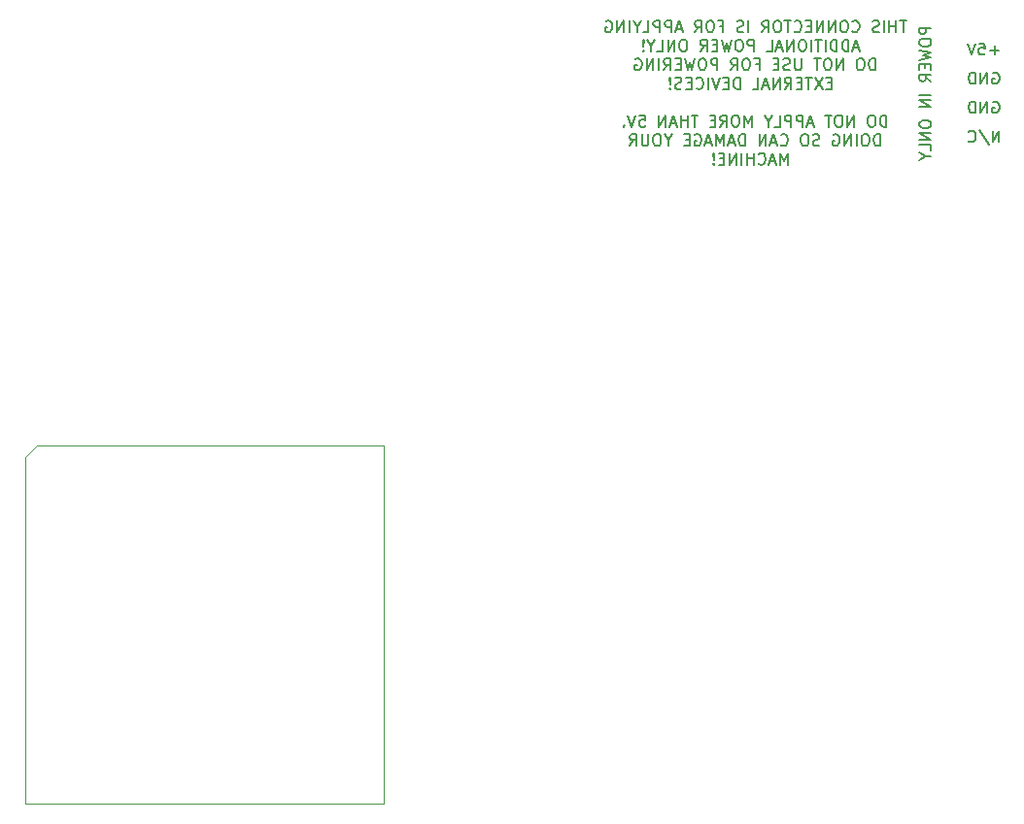
<source format=gbo>
G04 #@! TF.GenerationSoftware,KiCad,Pcbnew,(5.1.12)-1*
G04 #@! TF.CreationDate,2022-03-01T21:28:55+00:00*
G04 #@! TF.ProjectId,A600_68k_PLCC_to_DIP64 _v1,41363030-5f36-4386-9b5f-504c43435f74,B*
G04 #@! TF.SameCoordinates,Original*
G04 #@! TF.FileFunction,Legend,Bot*
G04 #@! TF.FilePolarity,Positive*
%FSLAX46Y46*%
G04 Gerber Fmt 4.6, Leading zero omitted, Abs format (unit mm)*
G04 Created by KiCad (PCBNEW (5.1.12)-1) date 2022-03-01 21:28:55*
%MOMM*%
%LPD*%
G01*
G04 APERTURE LIST*
%ADD10C,0.150000*%
%ADD11C,0.120000*%
%ADD12C,1.422400*%
%ADD13R,1.422400X1.422400*%
%ADD14C,0.700000*%
%ADD15C,4.000000*%
%ADD16C,1.408000*%
%ADD17R,1.408000X1.408000*%
G04 APERTURE END LIST*
D10*
X190712619Y-71782380D02*
X190141190Y-71782380D01*
X190426904Y-72782380D02*
X190426904Y-71782380D01*
X189807857Y-72782380D02*
X189807857Y-71782380D01*
X189807857Y-72258571D02*
X189236428Y-72258571D01*
X189236428Y-72782380D02*
X189236428Y-71782380D01*
X188760238Y-72782380D02*
X188760238Y-71782380D01*
X188331666Y-72734761D02*
X188188809Y-72782380D01*
X187950714Y-72782380D01*
X187855476Y-72734761D01*
X187807857Y-72687142D01*
X187760238Y-72591904D01*
X187760238Y-72496666D01*
X187807857Y-72401428D01*
X187855476Y-72353809D01*
X187950714Y-72306190D01*
X188141190Y-72258571D01*
X188236428Y-72210952D01*
X188284047Y-72163333D01*
X188331666Y-72068095D01*
X188331666Y-71972857D01*
X188284047Y-71877619D01*
X188236428Y-71830000D01*
X188141190Y-71782380D01*
X187903095Y-71782380D01*
X187760238Y-71830000D01*
X185998333Y-72687142D02*
X186045952Y-72734761D01*
X186188809Y-72782380D01*
X186284047Y-72782380D01*
X186426904Y-72734761D01*
X186522142Y-72639523D01*
X186569761Y-72544285D01*
X186617380Y-72353809D01*
X186617380Y-72210952D01*
X186569761Y-72020476D01*
X186522142Y-71925238D01*
X186426904Y-71830000D01*
X186284047Y-71782380D01*
X186188809Y-71782380D01*
X186045952Y-71830000D01*
X185998333Y-71877619D01*
X185379285Y-71782380D02*
X185188809Y-71782380D01*
X185093571Y-71830000D01*
X184998333Y-71925238D01*
X184950714Y-72115714D01*
X184950714Y-72449047D01*
X184998333Y-72639523D01*
X185093571Y-72734761D01*
X185188809Y-72782380D01*
X185379285Y-72782380D01*
X185474523Y-72734761D01*
X185569761Y-72639523D01*
X185617380Y-72449047D01*
X185617380Y-72115714D01*
X185569761Y-71925238D01*
X185474523Y-71830000D01*
X185379285Y-71782380D01*
X184522142Y-72782380D02*
X184522142Y-71782380D01*
X183950714Y-72782380D01*
X183950714Y-71782380D01*
X183474523Y-72782380D02*
X183474523Y-71782380D01*
X182903095Y-72782380D01*
X182903095Y-71782380D01*
X182426904Y-72258571D02*
X182093571Y-72258571D01*
X181950714Y-72782380D02*
X182426904Y-72782380D01*
X182426904Y-71782380D01*
X181950714Y-71782380D01*
X180950714Y-72687142D02*
X180998333Y-72734761D01*
X181141190Y-72782380D01*
X181236428Y-72782380D01*
X181379285Y-72734761D01*
X181474523Y-72639523D01*
X181522142Y-72544285D01*
X181569761Y-72353809D01*
X181569761Y-72210952D01*
X181522142Y-72020476D01*
X181474523Y-71925238D01*
X181379285Y-71830000D01*
X181236428Y-71782380D01*
X181141190Y-71782380D01*
X180998333Y-71830000D01*
X180950714Y-71877619D01*
X180665000Y-71782380D02*
X180093571Y-71782380D01*
X180379285Y-72782380D02*
X180379285Y-71782380D01*
X179569761Y-71782380D02*
X179379285Y-71782380D01*
X179284047Y-71830000D01*
X179188809Y-71925238D01*
X179141190Y-72115714D01*
X179141190Y-72449047D01*
X179188809Y-72639523D01*
X179284047Y-72734761D01*
X179379285Y-72782380D01*
X179569761Y-72782380D01*
X179665000Y-72734761D01*
X179760238Y-72639523D01*
X179807857Y-72449047D01*
X179807857Y-72115714D01*
X179760238Y-71925238D01*
X179665000Y-71830000D01*
X179569761Y-71782380D01*
X178141190Y-72782380D02*
X178474523Y-72306190D01*
X178712619Y-72782380D02*
X178712619Y-71782380D01*
X178331666Y-71782380D01*
X178236428Y-71830000D01*
X178188809Y-71877619D01*
X178141190Y-71972857D01*
X178141190Y-72115714D01*
X178188809Y-72210952D01*
X178236428Y-72258571D01*
X178331666Y-72306190D01*
X178712619Y-72306190D01*
X176950714Y-72782380D02*
X176950714Y-71782380D01*
X176522142Y-72734761D02*
X176379285Y-72782380D01*
X176141190Y-72782380D01*
X176045952Y-72734761D01*
X175998333Y-72687142D01*
X175950714Y-72591904D01*
X175950714Y-72496666D01*
X175998333Y-72401428D01*
X176045952Y-72353809D01*
X176141190Y-72306190D01*
X176331666Y-72258571D01*
X176426904Y-72210952D01*
X176474523Y-72163333D01*
X176522142Y-72068095D01*
X176522142Y-71972857D01*
X176474523Y-71877619D01*
X176426904Y-71830000D01*
X176331666Y-71782380D01*
X176093571Y-71782380D01*
X175950714Y-71830000D01*
X174426904Y-72258571D02*
X174760238Y-72258571D01*
X174760238Y-72782380D02*
X174760238Y-71782380D01*
X174284047Y-71782380D01*
X173712619Y-71782380D02*
X173522142Y-71782380D01*
X173426904Y-71830000D01*
X173331666Y-71925238D01*
X173284047Y-72115714D01*
X173284047Y-72449047D01*
X173331666Y-72639523D01*
X173426904Y-72734761D01*
X173522142Y-72782380D01*
X173712619Y-72782380D01*
X173807857Y-72734761D01*
X173903095Y-72639523D01*
X173950714Y-72449047D01*
X173950714Y-72115714D01*
X173903095Y-71925238D01*
X173807857Y-71830000D01*
X173712619Y-71782380D01*
X172284047Y-72782380D02*
X172617380Y-72306190D01*
X172855476Y-72782380D02*
X172855476Y-71782380D01*
X172474523Y-71782380D01*
X172379285Y-71830000D01*
X172331666Y-71877619D01*
X172284047Y-71972857D01*
X172284047Y-72115714D01*
X172331666Y-72210952D01*
X172379285Y-72258571D01*
X172474523Y-72306190D01*
X172855476Y-72306190D01*
X171141190Y-72496666D02*
X170665000Y-72496666D01*
X171236428Y-72782380D02*
X170903095Y-71782380D01*
X170569761Y-72782380D01*
X170236428Y-72782380D02*
X170236428Y-71782380D01*
X169855476Y-71782380D01*
X169760238Y-71830000D01*
X169712619Y-71877619D01*
X169665000Y-71972857D01*
X169665000Y-72115714D01*
X169712619Y-72210952D01*
X169760238Y-72258571D01*
X169855476Y-72306190D01*
X170236428Y-72306190D01*
X169236428Y-72782380D02*
X169236428Y-71782380D01*
X168855476Y-71782380D01*
X168760238Y-71830000D01*
X168712619Y-71877619D01*
X168665000Y-71972857D01*
X168665000Y-72115714D01*
X168712619Y-72210952D01*
X168760238Y-72258571D01*
X168855476Y-72306190D01*
X169236428Y-72306190D01*
X167760238Y-72782380D02*
X168236428Y-72782380D01*
X168236428Y-71782380D01*
X167236428Y-72306190D02*
X167236428Y-72782380D01*
X167569761Y-71782380D02*
X167236428Y-72306190D01*
X166903095Y-71782380D01*
X166569761Y-72782380D02*
X166569761Y-71782380D01*
X166093571Y-72782380D02*
X166093571Y-71782380D01*
X165522142Y-72782380D01*
X165522142Y-71782380D01*
X164522142Y-71830000D02*
X164617380Y-71782380D01*
X164760238Y-71782380D01*
X164903095Y-71830000D01*
X164998333Y-71925238D01*
X165045952Y-72020476D01*
X165093571Y-72210952D01*
X165093571Y-72353809D01*
X165045952Y-72544285D01*
X164998333Y-72639523D01*
X164903095Y-72734761D01*
X164760238Y-72782380D01*
X164665000Y-72782380D01*
X164522142Y-72734761D01*
X164474523Y-72687142D01*
X164474523Y-72353809D01*
X164665000Y-72353809D01*
X186569761Y-74146666D02*
X186093571Y-74146666D01*
X186665000Y-74432380D02*
X186331666Y-73432380D01*
X185998333Y-74432380D01*
X185665000Y-74432380D02*
X185665000Y-73432380D01*
X185426904Y-73432380D01*
X185284047Y-73480000D01*
X185188809Y-73575238D01*
X185141190Y-73670476D01*
X185093571Y-73860952D01*
X185093571Y-74003809D01*
X185141190Y-74194285D01*
X185188809Y-74289523D01*
X185284047Y-74384761D01*
X185426904Y-74432380D01*
X185665000Y-74432380D01*
X184665000Y-74432380D02*
X184665000Y-73432380D01*
X184426904Y-73432380D01*
X184284047Y-73480000D01*
X184188809Y-73575238D01*
X184141190Y-73670476D01*
X184093571Y-73860952D01*
X184093571Y-74003809D01*
X184141190Y-74194285D01*
X184188809Y-74289523D01*
X184284047Y-74384761D01*
X184426904Y-74432380D01*
X184665000Y-74432380D01*
X183665000Y-74432380D02*
X183665000Y-73432380D01*
X183331666Y-73432380D02*
X182760238Y-73432380D01*
X183045952Y-74432380D02*
X183045952Y-73432380D01*
X182426904Y-74432380D02*
X182426904Y-73432380D01*
X181760238Y-73432380D02*
X181569761Y-73432380D01*
X181474523Y-73480000D01*
X181379285Y-73575238D01*
X181331666Y-73765714D01*
X181331666Y-74099047D01*
X181379285Y-74289523D01*
X181474523Y-74384761D01*
X181569761Y-74432380D01*
X181760238Y-74432380D01*
X181855476Y-74384761D01*
X181950714Y-74289523D01*
X181998333Y-74099047D01*
X181998333Y-73765714D01*
X181950714Y-73575238D01*
X181855476Y-73480000D01*
X181760238Y-73432380D01*
X180903095Y-74432380D02*
X180903095Y-73432380D01*
X180331666Y-74432380D01*
X180331666Y-73432380D01*
X179903095Y-74146666D02*
X179426904Y-74146666D01*
X179998333Y-74432380D02*
X179665000Y-73432380D01*
X179331666Y-74432380D01*
X178522142Y-74432380D02*
X178998333Y-74432380D01*
X178998333Y-73432380D01*
X177426904Y-74432380D02*
X177426904Y-73432380D01*
X177045952Y-73432380D01*
X176950714Y-73480000D01*
X176903095Y-73527619D01*
X176855476Y-73622857D01*
X176855476Y-73765714D01*
X176903095Y-73860952D01*
X176950714Y-73908571D01*
X177045952Y-73956190D01*
X177426904Y-73956190D01*
X176236428Y-73432380D02*
X176045952Y-73432380D01*
X175950714Y-73480000D01*
X175855476Y-73575238D01*
X175807857Y-73765714D01*
X175807857Y-74099047D01*
X175855476Y-74289523D01*
X175950714Y-74384761D01*
X176045952Y-74432380D01*
X176236428Y-74432380D01*
X176331666Y-74384761D01*
X176426904Y-74289523D01*
X176474523Y-74099047D01*
X176474523Y-73765714D01*
X176426904Y-73575238D01*
X176331666Y-73480000D01*
X176236428Y-73432380D01*
X175474523Y-73432380D02*
X175236428Y-74432380D01*
X175045952Y-73718095D01*
X174855476Y-74432380D01*
X174617380Y-73432380D01*
X174236428Y-73908571D02*
X173903095Y-73908571D01*
X173760238Y-74432380D02*
X174236428Y-74432380D01*
X174236428Y-73432380D01*
X173760238Y-73432380D01*
X172760238Y-74432380D02*
X173093571Y-73956190D01*
X173331666Y-74432380D02*
X173331666Y-73432380D01*
X172950714Y-73432380D01*
X172855476Y-73480000D01*
X172807857Y-73527619D01*
X172760238Y-73622857D01*
X172760238Y-73765714D01*
X172807857Y-73860952D01*
X172855476Y-73908571D01*
X172950714Y-73956190D01*
X173331666Y-73956190D01*
X171379285Y-73432380D02*
X171188809Y-73432380D01*
X171093571Y-73480000D01*
X170998333Y-73575238D01*
X170950714Y-73765714D01*
X170950714Y-74099047D01*
X170998333Y-74289523D01*
X171093571Y-74384761D01*
X171188809Y-74432380D01*
X171379285Y-74432380D01*
X171474523Y-74384761D01*
X171569761Y-74289523D01*
X171617380Y-74099047D01*
X171617380Y-73765714D01*
X171569761Y-73575238D01*
X171474523Y-73480000D01*
X171379285Y-73432380D01*
X170522142Y-74432380D02*
X170522142Y-73432380D01*
X169950714Y-74432380D01*
X169950714Y-73432380D01*
X168998333Y-74432380D02*
X169474523Y-74432380D01*
X169474523Y-73432380D01*
X168474523Y-73956190D02*
X168474523Y-74432380D01*
X168807857Y-73432380D02*
X168474523Y-73956190D01*
X168141190Y-73432380D01*
X167807857Y-74337142D02*
X167760238Y-74384761D01*
X167807857Y-74432380D01*
X167855476Y-74384761D01*
X167807857Y-74337142D01*
X167807857Y-74432380D01*
X167807857Y-74051428D02*
X167855476Y-73480000D01*
X167807857Y-73432380D01*
X167760238Y-73480000D01*
X167807857Y-74051428D01*
X167807857Y-73432380D01*
X187998333Y-76082380D02*
X187998333Y-75082380D01*
X187760238Y-75082380D01*
X187617380Y-75130000D01*
X187522142Y-75225238D01*
X187474523Y-75320476D01*
X187426904Y-75510952D01*
X187426904Y-75653809D01*
X187474523Y-75844285D01*
X187522142Y-75939523D01*
X187617380Y-76034761D01*
X187760238Y-76082380D01*
X187998333Y-76082380D01*
X186807857Y-75082380D02*
X186617380Y-75082380D01*
X186522142Y-75130000D01*
X186426904Y-75225238D01*
X186379285Y-75415714D01*
X186379285Y-75749047D01*
X186426904Y-75939523D01*
X186522142Y-76034761D01*
X186617380Y-76082380D01*
X186807857Y-76082380D01*
X186903095Y-76034761D01*
X186998333Y-75939523D01*
X187045952Y-75749047D01*
X187045952Y-75415714D01*
X186998333Y-75225238D01*
X186903095Y-75130000D01*
X186807857Y-75082380D01*
X185188809Y-76082380D02*
X185188809Y-75082380D01*
X184617380Y-76082380D01*
X184617380Y-75082380D01*
X183950714Y-75082380D02*
X183760238Y-75082380D01*
X183665000Y-75130000D01*
X183569761Y-75225238D01*
X183522142Y-75415714D01*
X183522142Y-75749047D01*
X183569761Y-75939523D01*
X183665000Y-76034761D01*
X183760238Y-76082380D01*
X183950714Y-76082380D01*
X184045952Y-76034761D01*
X184141190Y-75939523D01*
X184188809Y-75749047D01*
X184188809Y-75415714D01*
X184141190Y-75225238D01*
X184045952Y-75130000D01*
X183950714Y-75082380D01*
X183236428Y-75082380D02*
X182665000Y-75082380D01*
X182950714Y-76082380D02*
X182950714Y-75082380D01*
X181569761Y-75082380D02*
X181569761Y-75891904D01*
X181522142Y-75987142D01*
X181474523Y-76034761D01*
X181379285Y-76082380D01*
X181188809Y-76082380D01*
X181093571Y-76034761D01*
X181045952Y-75987142D01*
X180998333Y-75891904D01*
X180998333Y-75082380D01*
X180569761Y-76034761D02*
X180426904Y-76082380D01*
X180188809Y-76082380D01*
X180093571Y-76034761D01*
X180045952Y-75987142D01*
X179998333Y-75891904D01*
X179998333Y-75796666D01*
X180045952Y-75701428D01*
X180093571Y-75653809D01*
X180188809Y-75606190D01*
X180379285Y-75558571D01*
X180474523Y-75510952D01*
X180522142Y-75463333D01*
X180569761Y-75368095D01*
X180569761Y-75272857D01*
X180522142Y-75177619D01*
X180474523Y-75130000D01*
X180379285Y-75082380D01*
X180141190Y-75082380D01*
X179998333Y-75130000D01*
X179569761Y-75558571D02*
X179236428Y-75558571D01*
X179093571Y-76082380D02*
X179569761Y-76082380D01*
X179569761Y-75082380D01*
X179093571Y-75082380D01*
X177569761Y-75558571D02*
X177903095Y-75558571D01*
X177903095Y-76082380D02*
X177903095Y-75082380D01*
X177426904Y-75082380D01*
X176855476Y-75082380D02*
X176665000Y-75082380D01*
X176569761Y-75130000D01*
X176474523Y-75225238D01*
X176426904Y-75415714D01*
X176426904Y-75749047D01*
X176474523Y-75939523D01*
X176569761Y-76034761D01*
X176665000Y-76082380D01*
X176855476Y-76082380D01*
X176950714Y-76034761D01*
X177045952Y-75939523D01*
X177093571Y-75749047D01*
X177093571Y-75415714D01*
X177045952Y-75225238D01*
X176950714Y-75130000D01*
X176855476Y-75082380D01*
X175426904Y-76082380D02*
X175760238Y-75606190D01*
X175998333Y-76082380D02*
X175998333Y-75082380D01*
X175617380Y-75082380D01*
X175522142Y-75130000D01*
X175474523Y-75177619D01*
X175426904Y-75272857D01*
X175426904Y-75415714D01*
X175474523Y-75510952D01*
X175522142Y-75558571D01*
X175617380Y-75606190D01*
X175998333Y-75606190D01*
X174236428Y-76082380D02*
X174236428Y-75082380D01*
X173855476Y-75082380D01*
X173760238Y-75130000D01*
X173712619Y-75177619D01*
X173665000Y-75272857D01*
X173665000Y-75415714D01*
X173712619Y-75510952D01*
X173760238Y-75558571D01*
X173855476Y-75606190D01*
X174236428Y-75606190D01*
X173045952Y-75082380D02*
X172855476Y-75082380D01*
X172760238Y-75130000D01*
X172665000Y-75225238D01*
X172617380Y-75415714D01*
X172617380Y-75749047D01*
X172665000Y-75939523D01*
X172760238Y-76034761D01*
X172855476Y-76082380D01*
X173045952Y-76082380D01*
X173141190Y-76034761D01*
X173236428Y-75939523D01*
X173284047Y-75749047D01*
X173284047Y-75415714D01*
X173236428Y-75225238D01*
X173141190Y-75130000D01*
X173045952Y-75082380D01*
X172284047Y-75082380D02*
X172045952Y-76082380D01*
X171855476Y-75368095D01*
X171665000Y-76082380D01*
X171426904Y-75082380D01*
X171045952Y-75558571D02*
X170712619Y-75558571D01*
X170569761Y-76082380D02*
X171045952Y-76082380D01*
X171045952Y-75082380D01*
X170569761Y-75082380D01*
X169569761Y-76082380D02*
X169903095Y-75606190D01*
X170141190Y-76082380D02*
X170141190Y-75082380D01*
X169760238Y-75082380D01*
X169665000Y-75130000D01*
X169617380Y-75177619D01*
X169569761Y-75272857D01*
X169569761Y-75415714D01*
X169617380Y-75510952D01*
X169665000Y-75558571D01*
X169760238Y-75606190D01*
X170141190Y-75606190D01*
X169141190Y-76082380D02*
X169141190Y-75082380D01*
X168665000Y-76082380D02*
X168665000Y-75082380D01*
X168093571Y-76082380D01*
X168093571Y-75082380D01*
X167093571Y-75130000D02*
X167188809Y-75082380D01*
X167331666Y-75082380D01*
X167474523Y-75130000D01*
X167569761Y-75225238D01*
X167617380Y-75320476D01*
X167665000Y-75510952D01*
X167665000Y-75653809D01*
X167617380Y-75844285D01*
X167569761Y-75939523D01*
X167474523Y-76034761D01*
X167331666Y-76082380D01*
X167236428Y-76082380D01*
X167093571Y-76034761D01*
X167045952Y-75987142D01*
X167045952Y-75653809D01*
X167236428Y-75653809D01*
X184212619Y-77208571D02*
X183879285Y-77208571D01*
X183736428Y-77732380D02*
X184212619Y-77732380D01*
X184212619Y-76732380D01*
X183736428Y-76732380D01*
X183403095Y-76732380D02*
X182736428Y-77732380D01*
X182736428Y-76732380D02*
X183403095Y-77732380D01*
X182498333Y-76732380D02*
X181926904Y-76732380D01*
X182212619Y-77732380D02*
X182212619Y-76732380D01*
X181593571Y-77208571D02*
X181260238Y-77208571D01*
X181117380Y-77732380D02*
X181593571Y-77732380D01*
X181593571Y-76732380D01*
X181117380Y-76732380D01*
X180117380Y-77732380D02*
X180450714Y-77256190D01*
X180688809Y-77732380D02*
X180688809Y-76732380D01*
X180307857Y-76732380D01*
X180212619Y-76780000D01*
X180165000Y-76827619D01*
X180117380Y-76922857D01*
X180117380Y-77065714D01*
X180165000Y-77160952D01*
X180212619Y-77208571D01*
X180307857Y-77256190D01*
X180688809Y-77256190D01*
X179688809Y-77732380D02*
X179688809Y-76732380D01*
X179117380Y-77732380D01*
X179117380Y-76732380D01*
X178688809Y-77446666D02*
X178212619Y-77446666D01*
X178784047Y-77732380D02*
X178450714Y-76732380D01*
X178117380Y-77732380D01*
X177307857Y-77732380D02*
X177784047Y-77732380D01*
X177784047Y-76732380D01*
X176212619Y-77732380D02*
X176212619Y-76732380D01*
X175974523Y-76732380D01*
X175831666Y-76780000D01*
X175736428Y-76875238D01*
X175688809Y-76970476D01*
X175641190Y-77160952D01*
X175641190Y-77303809D01*
X175688809Y-77494285D01*
X175736428Y-77589523D01*
X175831666Y-77684761D01*
X175974523Y-77732380D01*
X176212619Y-77732380D01*
X175212619Y-77208571D02*
X174879285Y-77208571D01*
X174736428Y-77732380D02*
X175212619Y-77732380D01*
X175212619Y-76732380D01*
X174736428Y-76732380D01*
X174450714Y-76732380D02*
X174117380Y-77732380D01*
X173784047Y-76732380D01*
X173450714Y-77732380D02*
X173450714Y-76732380D01*
X172403095Y-77637142D02*
X172450714Y-77684761D01*
X172593571Y-77732380D01*
X172688809Y-77732380D01*
X172831666Y-77684761D01*
X172926904Y-77589523D01*
X172974523Y-77494285D01*
X173022142Y-77303809D01*
X173022142Y-77160952D01*
X172974523Y-76970476D01*
X172926904Y-76875238D01*
X172831666Y-76780000D01*
X172688809Y-76732380D01*
X172593571Y-76732380D01*
X172450714Y-76780000D01*
X172403095Y-76827619D01*
X171974523Y-77208571D02*
X171641190Y-77208571D01*
X171498333Y-77732380D02*
X171974523Y-77732380D01*
X171974523Y-76732380D01*
X171498333Y-76732380D01*
X171117380Y-77684761D02*
X170974523Y-77732380D01*
X170736428Y-77732380D01*
X170641190Y-77684761D01*
X170593571Y-77637142D01*
X170545952Y-77541904D01*
X170545952Y-77446666D01*
X170593571Y-77351428D01*
X170641190Y-77303809D01*
X170736428Y-77256190D01*
X170926904Y-77208571D01*
X171022142Y-77160952D01*
X171069761Y-77113333D01*
X171117380Y-77018095D01*
X171117380Y-76922857D01*
X171069761Y-76827619D01*
X171022142Y-76780000D01*
X170926904Y-76732380D01*
X170688809Y-76732380D01*
X170545952Y-76780000D01*
X170117380Y-77637142D02*
X170069761Y-77684761D01*
X170117380Y-77732380D01*
X170165000Y-77684761D01*
X170117380Y-77637142D01*
X170117380Y-77732380D01*
X170117380Y-77351428D02*
X170165000Y-76780000D01*
X170117380Y-76732380D01*
X170069761Y-76780000D01*
X170117380Y-77351428D01*
X170117380Y-76732380D01*
X188974523Y-81032380D02*
X188974523Y-80032380D01*
X188736428Y-80032380D01*
X188593571Y-80080000D01*
X188498333Y-80175238D01*
X188450714Y-80270476D01*
X188403095Y-80460952D01*
X188403095Y-80603809D01*
X188450714Y-80794285D01*
X188498333Y-80889523D01*
X188593571Y-80984761D01*
X188736428Y-81032380D01*
X188974523Y-81032380D01*
X187784047Y-80032380D02*
X187593571Y-80032380D01*
X187498333Y-80080000D01*
X187403095Y-80175238D01*
X187355476Y-80365714D01*
X187355476Y-80699047D01*
X187403095Y-80889523D01*
X187498333Y-80984761D01*
X187593571Y-81032380D01*
X187784047Y-81032380D01*
X187879285Y-80984761D01*
X187974523Y-80889523D01*
X188022142Y-80699047D01*
X188022142Y-80365714D01*
X187974523Y-80175238D01*
X187879285Y-80080000D01*
X187784047Y-80032380D01*
X186165000Y-81032380D02*
X186165000Y-80032380D01*
X185593571Y-81032380D01*
X185593571Y-80032380D01*
X184926904Y-80032380D02*
X184736428Y-80032380D01*
X184641190Y-80080000D01*
X184545952Y-80175238D01*
X184498333Y-80365714D01*
X184498333Y-80699047D01*
X184545952Y-80889523D01*
X184641190Y-80984761D01*
X184736428Y-81032380D01*
X184926904Y-81032380D01*
X185022142Y-80984761D01*
X185117380Y-80889523D01*
X185165000Y-80699047D01*
X185165000Y-80365714D01*
X185117380Y-80175238D01*
X185022142Y-80080000D01*
X184926904Y-80032380D01*
X184212619Y-80032380D02*
X183641190Y-80032380D01*
X183926904Y-81032380D02*
X183926904Y-80032380D01*
X182593571Y-80746666D02*
X182117380Y-80746666D01*
X182688809Y-81032380D02*
X182355476Y-80032380D01*
X182022142Y-81032380D01*
X181688809Y-81032380D02*
X181688809Y-80032380D01*
X181307857Y-80032380D01*
X181212619Y-80080000D01*
X181165000Y-80127619D01*
X181117380Y-80222857D01*
X181117380Y-80365714D01*
X181165000Y-80460952D01*
X181212619Y-80508571D01*
X181307857Y-80556190D01*
X181688809Y-80556190D01*
X180688809Y-81032380D02*
X180688809Y-80032380D01*
X180307857Y-80032380D01*
X180212619Y-80080000D01*
X180165000Y-80127619D01*
X180117380Y-80222857D01*
X180117380Y-80365714D01*
X180165000Y-80460952D01*
X180212619Y-80508571D01*
X180307857Y-80556190D01*
X180688809Y-80556190D01*
X179212619Y-81032380D02*
X179688809Y-81032380D01*
X179688809Y-80032380D01*
X178688809Y-80556190D02*
X178688809Y-81032380D01*
X179022142Y-80032380D02*
X178688809Y-80556190D01*
X178355476Y-80032380D01*
X177260238Y-81032380D02*
X177260238Y-80032380D01*
X176926904Y-80746666D01*
X176593571Y-80032380D01*
X176593571Y-81032380D01*
X175926904Y-80032380D02*
X175736428Y-80032380D01*
X175641190Y-80080000D01*
X175545952Y-80175238D01*
X175498333Y-80365714D01*
X175498333Y-80699047D01*
X175545952Y-80889523D01*
X175641190Y-80984761D01*
X175736428Y-81032380D01*
X175926904Y-81032380D01*
X176022142Y-80984761D01*
X176117380Y-80889523D01*
X176165000Y-80699047D01*
X176165000Y-80365714D01*
X176117380Y-80175238D01*
X176022142Y-80080000D01*
X175926904Y-80032380D01*
X174498333Y-81032380D02*
X174831666Y-80556190D01*
X175069761Y-81032380D02*
X175069761Y-80032380D01*
X174688809Y-80032380D01*
X174593571Y-80080000D01*
X174545952Y-80127619D01*
X174498333Y-80222857D01*
X174498333Y-80365714D01*
X174545952Y-80460952D01*
X174593571Y-80508571D01*
X174688809Y-80556190D01*
X175069761Y-80556190D01*
X174069761Y-80508571D02*
X173736428Y-80508571D01*
X173593571Y-81032380D02*
X174069761Y-81032380D01*
X174069761Y-80032380D01*
X173593571Y-80032380D01*
X172545952Y-80032380D02*
X171974523Y-80032380D01*
X172260238Y-81032380D02*
X172260238Y-80032380D01*
X171641190Y-81032380D02*
X171641190Y-80032380D01*
X171641190Y-80508571D02*
X171069761Y-80508571D01*
X171069761Y-81032380D02*
X171069761Y-80032380D01*
X170641190Y-80746666D02*
X170165000Y-80746666D01*
X170736428Y-81032380D02*
X170403095Y-80032380D01*
X170069761Y-81032380D01*
X169736428Y-81032380D02*
X169736428Y-80032380D01*
X169165000Y-81032380D01*
X169165000Y-80032380D01*
X167450714Y-80032380D02*
X167926904Y-80032380D01*
X167974523Y-80508571D01*
X167926904Y-80460952D01*
X167831666Y-80413333D01*
X167593571Y-80413333D01*
X167498333Y-80460952D01*
X167450714Y-80508571D01*
X167403095Y-80603809D01*
X167403095Y-80841904D01*
X167450714Y-80937142D01*
X167498333Y-80984761D01*
X167593571Y-81032380D01*
X167831666Y-81032380D01*
X167926904Y-80984761D01*
X167974523Y-80937142D01*
X167117380Y-80032380D02*
X166784047Y-81032380D01*
X166450714Y-80032380D01*
X166117380Y-80937142D02*
X166069761Y-80984761D01*
X166117380Y-81032380D01*
X166165000Y-80984761D01*
X166117380Y-80937142D01*
X166117380Y-81032380D01*
X188426904Y-82682380D02*
X188426904Y-81682380D01*
X188188809Y-81682380D01*
X188045952Y-81730000D01*
X187950714Y-81825238D01*
X187903095Y-81920476D01*
X187855476Y-82110952D01*
X187855476Y-82253809D01*
X187903095Y-82444285D01*
X187950714Y-82539523D01*
X188045952Y-82634761D01*
X188188809Y-82682380D01*
X188426904Y-82682380D01*
X187236428Y-81682380D02*
X187045952Y-81682380D01*
X186950714Y-81730000D01*
X186855476Y-81825238D01*
X186807857Y-82015714D01*
X186807857Y-82349047D01*
X186855476Y-82539523D01*
X186950714Y-82634761D01*
X187045952Y-82682380D01*
X187236428Y-82682380D01*
X187331666Y-82634761D01*
X187426904Y-82539523D01*
X187474523Y-82349047D01*
X187474523Y-82015714D01*
X187426904Y-81825238D01*
X187331666Y-81730000D01*
X187236428Y-81682380D01*
X186379285Y-82682380D02*
X186379285Y-81682380D01*
X185903095Y-82682380D02*
X185903095Y-81682380D01*
X185331666Y-82682380D01*
X185331666Y-81682380D01*
X184331666Y-81730000D02*
X184426904Y-81682380D01*
X184569761Y-81682380D01*
X184712619Y-81730000D01*
X184807857Y-81825238D01*
X184855476Y-81920476D01*
X184903095Y-82110952D01*
X184903095Y-82253809D01*
X184855476Y-82444285D01*
X184807857Y-82539523D01*
X184712619Y-82634761D01*
X184569761Y-82682380D01*
X184474523Y-82682380D01*
X184331666Y-82634761D01*
X184284047Y-82587142D01*
X184284047Y-82253809D01*
X184474523Y-82253809D01*
X183141190Y-82634761D02*
X182998333Y-82682380D01*
X182760238Y-82682380D01*
X182665000Y-82634761D01*
X182617380Y-82587142D01*
X182569761Y-82491904D01*
X182569761Y-82396666D01*
X182617380Y-82301428D01*
X182665000Y-82253809D01*
X182760238Y-82206190D01*
X182950714Y-82158571D01*
X183045952Y-82110952D01*
X183093571Y-82063333D01*
X183141190Y-81968095D01*
X183141190Y-81872857D01*
X183093571Y-81777619D01*
X183045952Y-81730000D01*
X182950714Y-81682380D01*
X182712619Y-81682380D01*
X182569761Y-81730000D01*
X181950714Y-81682380D02*
X181760238Y-81682380D01*
X181665000Y-81730000D01*
X181569761Y-81825238D01*
X181522142Y-82015714D01*
X181522142Y-82349047D01*
X181569761Y-82539523D01*
X181665000Y-82634761D01*
X181760238Y-82682380D01*
X181950714Y-82682380D01*
X182045952Y-82634761D01*
X182141190Y-82539523D01*
X182188809Y-82349047D01*
X182188809Y-82015714D01*
X182141190Y-81825238D01*
X182045952Y-81730000D01*
X181950714Y-81682380D01*
X179760238Y-82587142D02*
X179807857Y-82634761D01*
X179950714Y-82682380D01*
X180045952Y-82682380D01*
X180188809Y-82634761D01*
X180284047Y-82539523D01*
X180331666Y-82444285D01*
X180379285Y-82253809D01*
X180379285Y-82110952D01*
X180331666Y-81920476D01*
X180284047Y-81825238D01*
X180188809Y-81730000D01*
X180045952Y-81682380D01*
X179950714Y-81682380D01*
X179807857Y-81730000D01*
X179760238Y-81777619D01*
X179379285Y-82396666D02*
X178903095Y-82396666D01*
X179474523Y-82682380D02*
X179141190Y-81682380D01*
X178807857Y-82682380D01*
X178474523Y-82682380D02*
X178474523Y-81682380D01*
X177903095Y-82682380D01*
X177903095Y-81682380D01*
X176665000Y-82682380D02*
X176665000Y-81682380D01*
X176426904Y-81682380D01*
X176284047Y-81730000D01*
X176188809Y-81825238D01*
X176141190Y-81920476D01*
X176093571Y-82110952D01*
X176093571Y-82253809D01*
X176141190Y-82444285D01*
X176188809Y-82539523D01*
X176284047Y-82634761D01*
X176426904Y-82682380D01*
X176665000Y-82682380D01*
X175712619Y-82396666D02*
X175236428Y-82396666D01*
X175807857Y-82682380D02*
X175474523Y-81682380D01*
X175141190Y-82682380D01*
X174807857Y-82682380D02*
X174807857Y-81682380D01*
X174474523Y-82396666D01*
X174141190Y-81682380D01*
X174141190Y-82682380D01*
X173712619Y-82396666D02*
X173236428Y-82396666D01*
X173807857Y-82682380D02*
X173474523Y-81682380D01*
X173141190Y-82682380D01*
X172284047Y-81730000D02*
X172379285Y-81682380D01*
X172522142Y-81682380D01*
X172665000Y-81730000D01*
X172760238Y-81825238D01*
X172807857Y-81920476D01*
X172855476Y-82110952D01*
X172855476Y-82253809D01*
X172807857Y-82444285D01*
X172760238Y-82539523D01*
X172665000Y-82634761D01*
X172522142Y-82682380D01*
X172426904Y-82682380D01*
X172284047Y-82634761D01*
X172236428Y-82587142D01*
X172236428Y-82253809D01*
X172426904Y-82253809D01*
X171807857Y-82158571D02*
X171474523Y-82158571D01*
X171331666Y-82682380D02*
X171807857Y-82682380D01*
X171807857Y-81682380D01*
X171331666Y-81682380D01*
X169950714Y-82206190D02*
X169950714Y-82682380D01*
X170284047Y-81682380D02*
X169950714Y-82206190D01*
X169617380Y-81682380D01*
X169093571Y-81682380D02*
X168903095Y-81682380D01*
X168807857Y-81730000D01*
X168712619Y-81825238D01*
X168665000Y-82015714D01*
X168665000Y-82349047D01*
X168712619Y-82539523D01*
X168807857Y-82634761D01*
X168903095Y-82682380D01*
X169093571Y-82682380D01*
X169188809Y-82634761D01*
X169284047Y-82539523D01*
X169331666Y-82349047D01*
X169331666Y-82015714D01*
X169284047Y-81825238D01*
X169188809Y-81730000D01*
X169093571Y-81682380D01*
X168236428Y-81682380D02*
X168236428Y-82491904D01*
X168188809Y-82587142D01*
X168141190Y-82634761D01*
X168045952Y-82682380D01*
X167855476Y-82682380D01*
X167760238Y-82634761D01*
X167712619Y-82587142D01*
X167665000Y-82491904D01*
X167665000Y-81682380D01*
X166617380Y-82682380D02*
X166950714Y-82206190D01*
X167188809Y-82682380D02*
X167188809Y-81682380D01*
X166807857Y-81682380D01*
X166712619Y-81730000D01*
X166665000Y-81777619D01*
X166617380Y-81872857D01*
X166617380Y-82015714D01*
X166665000Y-82110952D01*
X166712619Y-82158571D01*
X166807857Y-82206190D01*
X167188809Y-82206190D01*
X180403095Y-84332380D02*
X180403095Y-83332380D01*
X180069761Y-84046666D01*
X179736428Y-83332380D01*
X179736428Y-84332380D01*
X179307857Y-84046666D02*
X178831666Y-84046666D01*
X179403095Y-84332380D02*
X179069761Y-83332380D01*
X178736428Y-84332380D01*
X177831666Y-84237142D02*
X177879285Y-84284761D01*
X178022142Y-84332380D01*
X178117380Y-84332380D01*
X178260238Y-84284761D01*
X178355476Y-84189523D01*
X178403095Y-84094285D01*
X178450714Y-83903809D01*
X178450714Y-83760952D01*
X178403095Y-83570476D01*
X178355476Y-83475238D01*
X178260238Y-83380000D01*
X178117380Y-83332380D01*
X178022142Y-83332380D01*
X177879285Y-83380000D01*
X177831666Y-83427619D01*
X177403095Y-84332380D02*
X177403095Y-83332380D01*
X177403095Y-83808571D02*
X176831666Y-83808571D01*
X176831666Y-84332380D02*
X176831666Y-83332380D01*
X176355476Y-84332380D02*
X176355476Y-83332380D01*
X175879285Y-84332380D02*
X175879285Y-83332380D01*
X175307857Y-84332380D01*
X175307857Y-83332380D01*
X174831666Y-83808571D02*
X174498333Y-83808571D01*
X174355476Y-84332380D02*
X174831666Y-84332380D01*
X174831666Y-83332380D01*
X174355476Y-83332380D01*
X173926904Y-84237142D02*
X173879285Y-84284761D01*
X173926904Y-84332380D01*
X173974523Y-84284761D01*
X173926904Y-84237142D01*
X173926904Y-84332380D01*
X173926904Y-83951428D02*
X173974523Y-83380000D01*
X173926904Y-83332380D01*
X173879285Y-83380000D01*
X173926904Y-83951428D01*
X173926904Y-83332380D01*
X198794523Y-82367380D02*
X198794523Y-81367380D01*
X198223095Y-82367380D01*
X198223095Y-81367380D01*
X197032619Y-81319761D02*
X197889761Y-82605476D01*
X196127857Y-82272142D02*
X196175476Y-82319761D01*
X196318333Y-82367380D01*
X196413571Y-82367380D01*
X196556428Y-82319761D01*
X196651666Y-82224523D01*
X196699285Y-82129285D01*
X196746904Y-81938809D01*
X196746904Y-81795952D01*
X196699285Y-81605476D01*
X196651666Y-81510238D01*
X196556428Y-81415000D01*
X196413571Y-81367380D01*
X196318333Y-81367380D01*
X196175476Y-81415000D01*
X196127857Y-81462619D01*
X198246904Y-78875000D02*
X198342142Y-78827380D01*
X198485000Y-78827380D01*
X198627857Y-78875000D01*
X198723095Y-78970238D01*
X198770714Y-79065476D01*
X198818333Y-79255952D01*
X198818333Y-79398809D01*
X198770714Y-79589285D01*
X198723095Y-79684523D01*
X198627857Y-79779761D01*
X198485000Y-79827380D01*
X198389761Y-79827380D01*
X198246904Y-79779761D01*
X198199285Y-79732142D01*
X198199285Y-79398809D01*
X198389761Y-79398809D01*
X197770714Y-79827380D02*
X197770714Y-78827380D01*
X197199285Y-79827380D01*
X197199285Y-78827380D01*
X196723095Y-79827380D02*
X196723095Y-78827380D01*
X196485000Y-78827380D01*
X196342142Y-78875000D01*
X196246904Y-78970238D01*
X196199285Y-79065476D01*
X196151666Y-79255952D01*
X196151666Y-79398809D01*
X196199285Y-79589285D01*
X196246904Y-79684523D01*
X196342142Y-79779761D01*
X196485000Y-79827380D01*
X196723095Y-79827380D01*
X198246904Y-76335000D02*
X198342142Y-76287380D01*
X198485000Y-76287380D01*
X198627857Y-76335000D01*
X198723095Y-76430238D01*
X198770714Y-76525476D01*
X198818333Y-76715952D01*
X198818333Y-76858809D01*
X198770714Y-77049285D01*
X198723095Y-77144523D01*
X198627857Y-77239761D01*
X198485000Y-77287380D01*
X198389761Y-77287380D01*
X198246904Y-77239761D01*
X198199285Y-77192142D01*
X198199285Y-76858809D01*
X198389761Y-76858809D01*
X197770714Y-77287380D02*
X197770714Y-76287380D01*
X197199285Y-77287380D01*
X197199285Y-76287380D01*
X196723095Y-77287380D02*
X196723095Y-76287380D01*
X196485000Y-76287380D01*
X196342142Y-76335000D01*
X196246904Y-76430238D01*
X196199285Y-76525476D01*
X196151666Y-76715952D01*
X196151666Y-76858809D01*
X196199285Y-77049285D01*
X196246904Y-77144523D01*
X196342142Y-77239761D01*
X196485000Y-77287380D01*
X196723095Y-77287380D01*
X198770714Y-74366428D02*
X198008809Y-74366428D01*
X198389761Y-74747380D02*
X198389761Y-73985476D01*
X197056428Y-73747380D02*
X197532619Y-73747380D01*
X197580238Y-74223571D01*
X197532619Y-74175952D01*
X197437380Y-74128333D01*
X197199285Y-74128333D01*
X197104047Y-74175952D01*
X197056428Y-74223571D01*
X197008809Y-74318809D01*
X197008809Y-74556904D01*
X197056428Y-74652142D01*
X197104047Y-74699761D01*
X197199285Y-74747380D01*
X197437380Y-74747380D01*
X197532619Y-74699761D01*
X197580238Y-74652142D01*
X196723095Y-73747380D02*
X196389761Y-74747380D01*
X196056428Y-73747380D01*
X192857380Y-72390714D02*
X191857380Y-72390714D01*
X191857380Y-72771666D01*
X191905000Y-72866904D01*
X191952619Y-72914523D01*
X192047857Y-72962142D01*
X192190714Y-72962142D01*
X192285952Y-72914523D01*
X192333571Y-72866904D01*
X192381190Y-72771666D01*
X192381190Y-72390714D01*
X191857380Y-73581190D02*
X191857380Y-73771666D01*
X191905000Y-73866904D01*
X192000238Y-73962142D01*
X192190714Y-74009761D01*
X192524047Y-74009761D01*
X192714523Y-73962142D01*
X192809761Y-73866904D01*
X192857380Y-73771666D01*
X192857380Y-73581190D01*
X192809761Y-73485952D01*
X192714523Y-73390714D01*
X192524047Y-73343095D01*
X192190714Y-73343095D01*
X192000238Y-73390714D01*
X191905000Y-73485952D01*
X191857380Y-73581190D01*
X191857380Y-74343095D02*
X192857380Y-74581190D01*
X192143095Y-74771666D01*
X192857380Y-74962142D01*
X191857380Y-75200238D01*
X192333571Y-75581190D02*
X192333571Y-75914523D01*
X192857380Y-76057380D02*
X192857380Y-75581190D01*
X191857380Y-75581190D01*
X191857380Y-76057380D01*
X192857380Y-77057380D02*
X192381190Y-76724047D01*
X192857380Y-76485952D02*
X191857380Y-76485952D01*
X191857380Y-76866904D01*
X191905000Y-76962142D01*
X191952619Y-77009761D01*
X192047857Y-77057380D01*
X192190714Y-77057380D01*
X192285952Y-77009761D01*
X192333571Y-76962142D01*
X192381190Y-76866904D01*
X192381190Y-76485952D01*
X192857380Y-78247857D02*
X191857380Y-78247857D01*
X192857380Y-78724047D02*
X191857380Y-78724047D01*
X192857380Y-79295476D01*
X191857380Y-79295476D01*
X191857380Y-80724047D02*
X191857380Y-80914523D01*
X191905000Y-81009761D01*
X192000238Y-81105000D01*
X192190714Y-81152619D01*
X192524047Y-81152619D01*
X192714523Y-81105000D01*
X192809761Y-81009761D01*
X192857380Y-80914523D01*
X192857380Y-80724047D01*
X192809761Y-80628809D01*
X192714523Y-80533571D01*
X192524047Y-80485952D01*
X192190714Y-80485952D01*
X192000238Y-80533571D01*
X191905000Y-80628809D01*
X191857380Y-80724047D01*
X192857380Y-81581190D02*
X191857380Y-81581190D01*
X192857380Y-82152619D01*
X191857380Y-82152619D01*
X192857380Y-83105000D02*
X192857380Y-82628809D01*
X191857380Y-82628809D01*
X192381190Y-83628809D02*
X192857380Y-83628809D01*
X191857380Y-83295476D02*
X192381190Y-83628809D01*
X191857380Y-83962142D01*
D11*
X145165000Y-108835000D02*
X114935000Y-108839000D01*
X145165000Y-140085000D02*
X145165000Y-108835000D01*
X113915000Y-140085000D02*
X145165000Y-140085000D01*
X113915000Y-109835000D02*
X113915000Y-140085000D01*
X114915000Y-108835000D02*
X113915000Y-109835000D01*
%LPC*%
D12*
X119380000Y-46990000D03*
X198120000Y-69850000D03*
X121920000Y-46990000D03*
X195580000Y-69850000D03*
X124460000Y-46990000D03*
X193040000Y-69850000D03*
X127000000Y-46990000D03*
X190500000Y-69850000D03*
X129540000Y-46990000D03*
X187960000Y-69850000D03*
X132080000Y-46990000D03*
X185420000Y-69850000D03*
X134620000Y-46990000D03*
X182880000Y-69850000D03*
X137160000Y-46990000D03*
X180340000Y-69850000D03*
X139700000Y-46990000D03*
X177800000Y-69850000D03*
X142240000Y-46990000D03*
X175260000Y-69850000D03*
X144780000Y-46990000D03*
X172720000Y-69850000D03*
X147320000Y-46990000D03*
X170180000Y-69850000D03*
X149860000Y-46990000D03*
X167640000Y-69850000D03*
X152400000Y-46990000D03*
X165100000Y-69850000D03*
X154940000Y-46990000D03*
X162560000Y-69850000D03*
X157480000Y-46990000D03*
X160020000Y-69850000D03*
X160020000Y-46990000D03*
X157480000Y-69850000D03*
X162560000Y-46990000D03*
X154940000Y-69850000D03*
X165100000Y-46990000D03*
X152400000Y-69850000D03*
X167640000Y-46990000D03*
X149860000Y-69850000D03*
X170180000Y-46990000D03*
X147320000Y-69850000D03*
X172720000Y-46990000D03*
X144780000Y-69850000D03*
X175260000Y-46990000D03*
X142240000Y-69850000D03*
X177800000Y-46990000D03*
X139700000Y-69850000D03*
X180340000Y-46990000D03*
X137160000Y-69850000D03*
X182880000Y-46990000D03*
X134620000Y-69850000D03*
X185420000Y-46990000D03*
X132080000Y-69850000D03*
X187960000Y-46990000D03*
X129540000Y-69850000D03*
X190500000Y-46990000D03*
X127000000Y-69850000D03*
X193040000Y-46990000D03*
X124460000Y-69850000D03*
X195580000Y-46990000D03*
X121920000Y-69850000D03*
X198120000Y-46990000D03*
D13*
X119380000Y-69850000D03*
D14*
X203319000Y-45669000D03*
X202880000Y-46730000D03*
X203319000Y-47791000D03*
X204380000Y-48230000D03*
X205441000Y-47791000D03*
X205880000Y-46730000D03*
X205441000Y-45669000D03*
X204380000Y-45230000D03*
D15*
X204380000Y-46730000D03*
X110880000Y-46730000D03*
D14*
X112380000Y-46730000D03*
X111941000Y-47791000D03*
X110880000Y-48230000D03*
X109819000Y-47791000D03*
X109380000Y-46730000D03*
X109819000Y-45669000D03*
X110880000Y-45230000D03*
X111941000Y-45669000D03*
D15*
X110880000Y-120730000D03*
D14*
X112380000Y-120730000D03*
X111941000Y-121791000D03*
X110880000Y-122230000D03*
X109819000Y-121791000D03*
X109380000Y-120730000D03*
X109819000Y-119669000D03*
X110880000Y-119230000D03*
X111941000Y-119669000D03*
D12*
X142240000Y-114300000D03*
X142240000Y-116840000D03*
X142240000Y-119380000D03*
X142240000Y-121920000D03*
X142240000Y-124460000D03*
X142240000Y-127000000D03*
X142240000Y-129540000D03*
X142240000Y-132080000D03*
X139700000Y-111760000D03*
X139700000Y-114300000D03*
X139700000Y-116840000D03*
X139700000Y-119380000D03*
X139700000Y-121920000D03*
X139700000Y-124460000D03*
X139700000Y-127000000D03*
X139700000Y-129540000D03*
X139700000Y-132080000D03*
X139700000Y-137160000D03*
X137160000Y-137160000D03*
X134620000Y-137160000D03*
X132080000Y-137160000D03*
X129540000Y-137160000D03*
X127000000Y-137160000D03*
X124460000Y-137160000D03*
X121920000Y-137160000D03*
X119380000Y-137160000D03*
X142240000Y-134620000D03*
X139700000Y-134620000D03*
X137160000Y-134620000D03*
X134620000Y-134620000D03*
X132080000Y-134620000D03*
X129540000Y-134620000D03*
X127000000Y-134620000D03*
X124460000Y-134620000D03*
X121920000Y-134620000D03*
X116840000Y-134620000D03*
X116840000Y-132080000D03*
X116840000Y-129540000D03*
X116840000Y-127000000D03*
X116840000Y-124460000D03*
X116840000Y-121920000D03*
X116840000Y-119380000D03*
X116840000Y-116840000D03*
X116840000Y-114300000D03*
X119380000Y-134620000D03*
X119380000Y-132080000D03*
X119380000Y-129540000D03*
X119380000Y-127000000D03*
X119380000Y-124460000D03*
X119380000Y-121920000D03*
X119380000Y-119380000D03*
X119380000Y-116840000D03*
X137160000Y-111760000D03*
X134620000Y-111760000D03*
X132080000Y-111760000D03*
X119380000Y-111760000D03*
X121920000Y-111760000D03*
X124460000Y-111760000D03*
X127000000Y-111760000D03*
D13*
X129540000Y-111760000D03*
D12*
X137160000Y-114300000D03*
X134620000Y-114300000D03*
X132080000Y-114300000D03*
X129540000Y-114300000D03*
X119380000Y-114300000D03*
X121920000Y-114300000D03*
X124460000Y-114300000D03*
X127000000Y-114300000D03*
D16*
X194840000Y-81855000D03*
X194840000Y-79355000D03*
X194840000Y-76855000D03*
D17*
X194840000Y-74355000D03*
M02*

</source>
